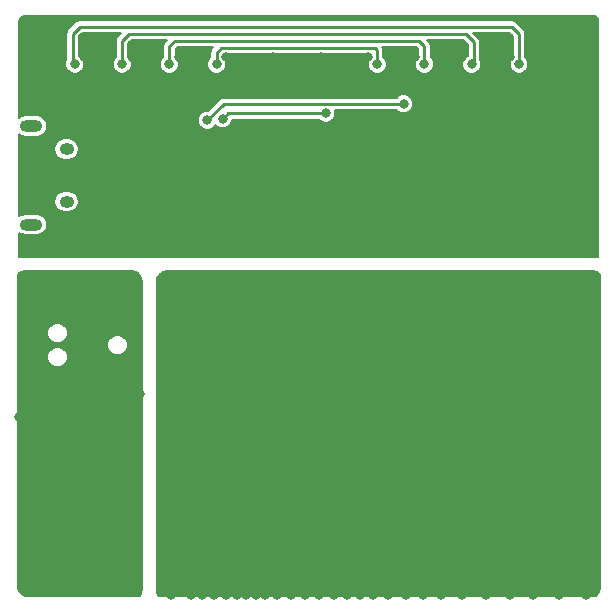
<source format=gbl>
G04 #@! TF.FileFunction,Copper,L2,Bot,Signal*
%FSLAX46Y46*%
G04 Gerber Fmt 4.6, Leading zero omitted, Abs format (unit mm)*
G04 Created by KiCad (PCBNEW 0.201512311516+6410~40~ubuntu14.04.1-stable) date Sun 03 Jan 2016 08:31:07 GMT*
%MOMM*%
G01*
G04 APERTURE LIST*
%ADD10C,0.100000*%
%ADD11O,1.250000X1.000000*%
%ADD12O,1.900000X1.000000*%
%ADD13C,0.600000*%
%ADD14C,0.800000*%
%ADD15C,1.400000*%
%ADD16C,0.250000*%
%ADD17C,0.200000*%
G04 APERTURE END LIST*
D10*
D11*
X54500000Y-66225000D03*
X54500000Y-61775000D03*
D12*
X51500000Y-68175000D03*
X51500000Y-59825000D03*
D13*
X93250000Y-73250000D03*
X93250000Y-75750000D03*
X93250000Y-78250000D03*
X95750000Y-73250000D03*
X95750000Y-75750000D03*
X95750000Y-78250000D03*
X98250000Y-73250000D03*
X98250000Y-75750000D03*
X98250000Y-78250000D03*
D14*
X88800000Y-54600000D03*
X59200000Y-54600000D03*
X55200000Y-54600000D03*
X92800000Y-54600000D03*
X76450000Y-58750000D03*
X67700000Y-59200000D03*
X83050000Y-57950000D03*
X66400000Y-59350000D03*
X80800000Y-54600000D03*
X67200000Y-54600000D03*
X55900000Y-66300000D03*
X55900000Y-64300000D03*
X55900000Y-65300000D03*
X57000000Y-69600000D03*
X57000000Y-68000000D03*
X56400000Y-68800000D03*
X72000000Y-54000000D03*
X84500000Y-64500000D03*
X95000000Y-64500000D03*
X84000000Y-60500000D03*
X69000000Y-69000000D03*
X78000000Y-69000000D03*
X60000000Y-61000000D03*
X63000000Y-60500000D03*
X56000000Y-54000000D03*
X60000000Y-54000000D03*
X64000000Y-54000000D03*
X68000000Y-54000000D03*
X76000000Y-54000000D03*
X80000000Y-54000000D03*
X84000000Y-54000000D03*
X88000000Y-54000000D03*
X92000000Y-54000000D03*
X96000000Y-54000000D03*
D13*
X53600000Y-74600000D03*
X50800000Y-74600000D03*
D14*
X59850000Y-92850000D03*
X53850000Y-92850000D03*
X56850000Y-92850000D03*
X60750000Y-82500000D03*
X55000000Y-76000000D03*
X51500000Y-80500000D03*
X50500000Y-84500000D03*
X63300000Y-99500000D03*
X65000000Y-99500000D03*
X66000000Y-99500000D03*
X67000000Y-99500000D03*
X68000000Y-99500000D03*
X68900000Y-99500000D03*
X69700000Y-99500000D03*
X70500000Y-99500000D03*
X71300000Y-99500000D03*
X72300000Y-99500000D03*
X73500000Y-99500000D03*
X74700000Y-99500000D03*
X75900000Y-99500000D03*
X77100000Y-99500000D03*
X78200000Y-99500000D03*
X79300000Y-99500000D03*
X80400000Y-99500000D03*
X81700000Y-99500000D03*
X83200000Y-99500000D03*
X84700000Y-99500000D03*
X86200000Y-99500000D03*
X88000000Y-99500000D03*
X90000000Y-99500000D03*
X92000000Y-99500000D03*
X94000000Y-99500000D03*
X96200000Y-99500000D03*
X98500000Y-99500000D03*
X63200000Y-54600000D03*
X84800000Y-54600000D03*
D15*
X93250000Y-78250000D02*
X98250000Y-78250000D01*
X93250000Y-75750000D02*
X98250000Y-75750000D01*
X93250000Y-73250000D02*
X98250000Y-73250000D01*
D16*
X59200000Y-54600000D02*
X59200000Y-52600000D01*
X59200000Y-52600000D02*
X59800000Y-52000000D01*
X89000000Y-52725000D02*
X89000000Y-54400000D01*
X59800000Y-52000000D02*
X88275000Y-52000000D01*
X88275000Y-52000000D02*
X89000000Y-52725000D01*
X89000000Y-54400000D02*
X88800000Y-54600000D01*
X55200000Y-54600000D02*
X55000000Y-54400000D01*
X55000000Y-54400000D02*
X55000000Y-52000000D01*
X55600000Y-51400000D02*
X92200000Y-51400000D01*
X55000000Y-52000000D02*
X55600000Y-51400000D01*
X92800000Y-52000000D02*
X92800000Y-54600000D01*
X92200000Y-51400000D02*
X92800000Y-52000000D01*
X67700000Y-59200000D02*
X68150000Y-58750000D01*
X68150000Y-58750000D02*
X76450000Y-58750000D01*
X67800000Y-57950000D02*
X83050000Y-57950000D01*
X66400000Y-59350000D02*
X67800000Y-57950000D01*
X80600000Y-53200000D02*
X80800000Y-53400000D01*
X80800000Y-53400000D02*
X80800000Y-54600000D01*
X67600000Y-53200000D02*
X80600000Y-53200000D01*
X67200000Y-53600000D02*
X67600000Y-53200000D01*
X67200000Y-54600000D02*
X67200000Y-53600000D01*
X84800000Y-54600000D02*
X84800000Y-53050000D01*
X84800000Y-53050000D02*
X84350000Y-52600000D01*
X84350000Y-52600000D02*
X63650000Y-52600000D01*
X63650000Y-52600000D02*
X63200000Y-53050000D01*
X63200000Y-53050000D02*
X63200000Y-54600000D01*
D17*
G36*
X99197347Y-50523560D02*
X99364651Y-50635349D01*
X99476440Y-50802652D01*
X99525000Y-51046782D01*
X99525000Y-70900000D01*
X50475000Y-70900000D01*
X50475000Y-68870092D01*
X50679137Y-69006492D01*
X51023552Y-69075000D01*
X51976448Y-69075000D01*
X52320863Y-69006492D01*
X52612844Y-68811396D01*
X52807940Y-68519415D01*
X52876448Y-68175000D01*
X52807940Y-67830585D01*
X52612844Y-67538604D01*
X52320863Y-67343508D01*
X51976448Y-67275000D01*
X51023552Y-67275000D01*
X50679137Y-67343508D01*
X50475000Y-67479908D01*
X50475000Y-66225000D01*
X53454919Y-66225000D01*
X53523427Y-66569415D01*
X53718523Y-66861396D01*
X54010504Y-67056492D01*
X54354919Y-67125000D01*
X54645081Y-67125000D01*
X54989496Y-67056492D01*
X55281477Y-66861396D01*
X55476573Y-66569415D01*
X55545081Y-66225000D01*
X55476573Y-65880585D01*
X55281477Y-65588604D01*
X54989496Y-65393508D01*
X54645081Y-65325000D01*
X54354919Y-65325000D01*
X54010504Y-65393508D01*
X53718523Y-65588604D01*
X53523427Y-65880585D01*
X53454919Y-66225000D01*
X50475000Y-66225000D01*
X50475000Y-61775000D01*
X53454919Y-61775000D01*
X53523427Y-62119415D01*
X53718523Y-62411396D01*
X54010504Y-62606492D01*
X54354919Y-62675000D01*
X54645081Y-62675000D01*
X54989496Y-62606492D01*
X55281477Y-62411396D01*
X55476573Y-62119415D01*
X55545081Y-61775000D01*
X55476573Y-61430585D01*
X55281477Y-61138604D01*
X54989496Y-60943508D01*
X54645081Y-60875000D01*
X54354919Y-60875000D01*
X54010504Y-60943508D01*
X53718523Y-61138604D01*
X53523427Y-61430585D01*
X53454919Y-61775000D01*
X50475000Y-61775000D01*
X50475000Y-60520092D01*
X50679137Y-60656492D01*
X51023552Y-60725000D01*
X51976448Y-60725000D01*
X52320863Y-60656492D01*
X52612844Y-60461396D01*
X52807940Y-60169415D01*
X52876448Y-59825000D01*
X52813480Y-59508432D01*
X65599861Y-59508432D01*
X65721397Y-59802572D01*
X65946245Y-60027812D01*
X66240172Y-60149861D01*
X66558432Y-60150139D01*
X66852572Y-60028603D01*
X67077812Y-59803755D01*
X67105574Y-59736896D01*
X67246245Y-59877812D01*
X67540172Y-59999861D01*
X67858432Y-60000139D01*
X68152572Y-59878603D01*
X68377812Y-59653755D01*
X68499861Y-59359828D01*
X68499935Y-59275000D01*
X75843699Y-59275000D01*
X75996245Y-59427812D01*
X76290172Y-59549861D01*
X76608432Y-59550139D01*
X76902572Y-59428603D01*
X77127812Y-59203755D01*
X77249861Y-58909828D01*
X77250139Y-58591568D01*
X77201974Y-58475000D01*
X82443699Y-58475000D01*
X82596245Y-58627812D01*
X82890172Y-58749861D01*
X83208432Y-58750139D01*
X83502572Y-58628603D01*
X83727812Y-58403755D01*
X83849861Y-58109828D01*
X83850139Y-57791568D01*
X83728603Y-57497428D01*
X83503755Y-57272188D01*
X83209828Y-57150139D01*
X82891568Y-57149861D01*
X82597428Y-57271397D01*
X82443557Y-57425000D01*
X67800000Y-57425000D01*
X67599091Y-57464963D01*
X67428769Y-57578769D01*
X66457488Y-58550050D01*
X66241568Y-58549861D01*
X65947428Y-58671397D01*
X65722188Y-58896245D01*
X65600139Y-59190172D01*
X65599861Y-59508432D01*
X52813480Y-59508432D01*
X52807940Y-59480585D01*
X52612844Y-59188604D01*
X52320863Y-58993508D01*
X51976448Y-58925000D01*
X51023552Y-58925000D01*
X50679137Y-58993508D01*
X50475000Y-59129908D01*
X50475000Y-54758432D01*
X54399861Y-54758432D01*
X54521397Y-55052572D01*
X54746245Y-55277812D01*
X55040172Y-55399861D01*
X55358432Y-55400139D01*
X55652572Y-55278603D01*
X55877812Y-55053755D01*
X55999861Y-54759828D01*
X56000139Y-54441568D01*
X55878603Y-54147428D01*
X55653755Y-53922188D01*
X55525000Y-53868724D01*
X55525000Y-52217462D01*
X55817462Y-51925000D01*
X59132538Y-51925000D01*
X58828769Y-52228769D01*
X58714963Y-52399091D01*
X58675000Y-52600000D01*
X58675000Y-53993699D01*
X58522188Y-54146245D01*
X58400139Y-54440172D01*
X58399861Y-54758432D01*
X58521397Y-55052572D01*
X58746245Y-55277812D01*
X59040172Y-55399861D01*
X59358432Y-55400139D01*
X59652572Y-55278603D01*
X59877812Y-55053755D01*
X59999861Y-54759828D01*
X60000139Y-54441568D01*
X59878603Y-54147428D01*
X59725000Y-53993557D01*
X59725000Y-52817462D01*
X60017462Y-52525000D01*
X62982538Y-52525000D01*
X62828769Y-52678769D01*
X62714963Y-52849091D01*
X62675000Y-53050000D01*
X62675000Y-53993699D01*
X62522188Y-54146245D01*
X62400139Y-54440172D01*
X62399861Y-54758432D01*
X62521397Y-55052572D01*
X62746245Y-55277812D01*
X63040172Y-55399861D01*
X63358432Y-55400139D01*
X63652572Y-55278603D01*
X63877812Y-55053755D01*
X63999861Y-54759828D01*
X64000139Y-54441568D01*
X63878603Y-54147428D01*
X63725000Y-53993557D01*
X63725000Y-53267462D01*
X63867462Y-53125000D01*
X66932538Y-53125000D01*
X66828769Y-53228769D01*
X66714963Y-53399091D01*
X66675000Y-53600000D01*
X66675000Y-53993699D01*
X66522188Y-54146245D01*
X66400139Y-54440172D01*
X66399861Y-54758432D01*
X66521397Y-55052572D01*
X66746245Y-55277812D01*
X67040172Y-55399861D01*
X67358432Y-55400139D01*
X67652572Y-55278603D01*
X67877812Y-55053755D01*
X67999861Y-54759828D01*
X68000139Y-54441568D01*
X67878603Y-54147428D01*
X67725000Y-53993557D01*
X67725000Y-53817462D01*
X67817462Y-53725000D01*
X80275000Y-53725000D01*
X80275000Y-53993699D01*
X80122188Y-54146245D01*
X80000139Y-54440172D01*
X79999861Y-54758432D01*
X80121397Y-55052572D01*
X80346245Y-55277812D01*
X80640172Y-55399861D01*
X80958432Y-55400139D01*
X81252572Y-55278603D01*
X81477812Y-55053755D01*
X81599861Y-54759828D01*
X81600139Y-54441568D01*
X81478603Y-54147428D01*
X81325000Y-53993557D01*
X81325000Y-53400000D01*
X81285037Y-53199091D01*
X81235531Y-53125000D01*
X84132538Y-53125000D01*
X84275000Y-53267462D01*
X84275000Y-53993699D01*
X84122188Y-54146245D01*
X84000139Y-54440172D01*
X83999861Y-54758432D01*
X84121397Y-55052572D01*
X84346245Y-55277812D01*
X84640172Y-55399861D01*
X84958432Y-55400139D01*
X85252572Y-55278603D01*
X85477812Y-55053755D01*
X85599861Y-54759828D01*
X85600139Y-54441568D01*
X85478603Y-54147428D01*
X85325000Y-53993557D01*
X85325000Y-53050000D01*
X85285037Y-52849091D01*
X85171231Y-52678769D01*
X85017462Y-52525000D01*
X88057538Y-52525000D01*
X88475000Y-52942462D01*
X88475000Y-53868685D01*
X88347428Y-53921397D01*
X88122188Y-54146245D01*
X88000139Y-54440172D01*
X87999861Y-54758432D01*
X88121397Y-55052572D01*
X88346245Y-55277812D01*
X88640172Y-55399861D01*
X88958432Y-55400139D01*
X89252572Y-55278603D01*
X89477812Y-55053755D01*
X89599861Y-54759828D01*
X89600139Y-54441568D01*
X89525000Y-54259717D01*
X89525000Y-52725000D01*
X89485037Y-52524091D01*
X89371231Y-52353769D01*
X88942462Y-51925000D01*
X91982538Y-51925000D01*
X92275000Y-52217462D01*
X92275000Y-53993699D01*
X92122188Y-54146245D01*
X92000139Y-54440172D01*
X91999861Y-54758432D01*
X92121397Y-55052572D01*
X92346245Y-55277812D01*
X92640172Y-55399861D01*
X92958432Y-55400139D01*
X93252572Y-55278603D01*
X93477812Y-55053755D01*
X93599861Y-54759828D01*
X93600139Y-54441568D01*
X93478603Y-54147428D01*
X93325000Y-53993557D01*
X93325000Y-52000000D01*
X93285037Y-51799091D01*
X93171231Y-51628769D01*
X92571231Y-51028769D01*
X92400909Y-50914963D01*
X92200000Y-50875000D01*
X55600000Y-50875000D01*
X55399091Y-50914963D01*
X55228769Y-51028769D01*
X54628769Y-51628769D01*
X54514963Y-51799091D01*
X54475000Y-52000000D01*
X54475000Y-54259886D01*
X54400139Y-54440172D01*
X54399861Y-54758432D01*
X50475000Y-54758432D01*
X50475000Y-51046782D01*
X50523560Y-50802653D01*
X50635349Y-50635349D01*
X50802652Y-50523560D01*
X51046782Y-50475000D01*
X98953218Y-50475000D01*
X99197347Y-50523560D01*
X99197347Y-50523560D01*
G37*
X99197347Y-50523560D02*
X99364651Y-50635349D01*
X99476440Y-50802652D01*
X99525000Y-51046782D01*
X99525000Y-70900000D01*
X50475000Y-70900000D01*
X50475000Y-68870092D01*
X50679137Y-69006492D01*
X51023552Y-69075000D01*
X51976448Y-69075000D01*
X52320863Y-69006492D01*
X52612844Y-68811396D01*
X52807940Y-68519415D01*
X52876448Y-68175000D01*
X52807940Y-67830585D01*
X52612844Y-67538604D01*
X52320863Y-67343508D01*
X51976448Y-67275000D01*
X51023552Y-67275000D01*
X50679137Y-67343508D01*
X50475000Y-67479908D01*
X50475000Y-66225000D01*
X53454919Y-66225000D01*
X53523427Y-66569415D01*
X53718523Y-66861396D01*
X54010504Y-67056492D01*
X54354919Y-67125000D01*
X54645081Y-67125000D01*
X54989496Y-67056492D01*
X55281477Y-66861396D01*
X55476573Y-66569415D01*
X55545081Y-66225000D01*
X55476573Y-65880585D01*
X55281477Y-65588604D01*
X54989496Y-65393508D01*
X54645081Y-65325000D01*
X54354919Y-65325000D01*
X54010504Y-65393508D01*
X53718523Y-65588604D01*
X53523427Y-65880585D01*
X53454919Y-66225000D01*
X50475000Y-66225000D01*
X50475000Y-61775000D01*
X53454919Y-61775000D01*
X53523427Y-62119415D01*
X53718523Y-62411396D01*
X54010504Y-62606492D01*
X54354919Y-62675000D01*
X54645081Y-62675000D01*
X54989496Y-62606492D01*
X55281477Y-62411396D01*
X55476573Y-62119415D01*
X55545081Y-61775000D01*
X55476573Y-61430585D01*
X55281477Y-61138604D01*
X54989496Y-60943508D01*
X54645081Y-60875000D01*
X54354919Y-60875000D01*
X54010504Y-60943508D01*
X53718523Y-61138604D01*
X53523427Y-61430585D01*
X53454919Y-61775000D01*
X50475000Y-61775000D01*
X50475000Y-60520092D01*
X50679137Y-60656492D01*
X51023552Y-60725000D01*
X51976448Y-60725000D01*
X52320863Y-60656492D01*
X52612844Y-60461396D01*
X52807940Y-60169415D01*
X52876448Y-59825000D01*
X52813480Y-59508432D01*
X65599861Y-59508432D01*
X65721397Y-59802572D01*
X65946245Y-60027812D01*
X66240172Y-60149861D01*
X66558432Y-60150139D01*
X66852572Y-60028603D01*
X67077812Y-59803755D01*
X67105574Y-59736896D01*
X67246245Y-59877812D01*
X67540172Y-59999861D01*
X67858432Y-60000139D01*
X68152572Y-59878603D01*
X68377812Y-59653755D01*
X68499861Y-59359828D01*
X68499935Y-59275000D01*
X75843699Y-59275000D01*
X75996245Y-59427812D01*
X76290172Y-59549861D01*
X76608432Y-59550139D01*
X76902572Y-59428603D01*
X77127812Y-59203755D01*
X77249861Y-58909828D01*
X77250139Y-58591568D01*
X77201974Y-58475000D01*
X82443699Y-58475000D01*
X82596245Y-58627812D01*
X82890172Y-58749861D01*
X83208432Y-58750139D01*
X83502572Y-58628603D01*
X83727812Y-58403755D01*
X83849861Y-58109828D01*
X83850139Y-57791568D01*
X83728603Y-57497428D01*
X83503755Y-57272188D01*
X83209828Y-57150139D01*
X82891568Y-57149861D01*
X82597428Y-57271397D01*
X82443557Y-57425000D01*
X67800000Y-57425000D01*
X67599091Y-57464963D01*
X67428769Y-57578769D01*
X66457488Y-58550050D01*
X66241568Y-58549861D01*
X65947428Y-58671397D01*
X65722188Y-58896245D01*
X65600139Y-59190172D01*
X65599861Y-59508432D01*
X52813480Y-59508432D01*
X52807940Y-59480585D01*
X52612844Y-59188604D01*
X52320863Y-58993508D01*
X51976448Y-58925000D01*
X51023552Y-58925000D01*
X50679137Y-58993508D01*
X50475000Y-59129908D01*
X50475000Y-54758432D01*
X54399861Y-54758432D01*
X54521397Y-55052572D01*
X54746245Y-55277812D01*
X55040172Y-55399861D01*
X55358432Y-55400139D01*
X55652572Y-55278603D01*
X55877812Y-55053755D01*
X55999861Y-54759828D01*
X56000139Y-54441568D01*
X55878603Y-54147428D01*
X55653755Y-53922188D01*
X55525000Y-53868724D01*
X55525000Y-52217462D01*
X55817462Y-51925000D01*
X59132538Y-51925000D01*
X58828769Y-52228769D01*
X58714963Y-52399091D01*
X58675000Y-52600000D01*
X58675000Y-53993699D01*
X58522188Y-54146245D01*
X58400139Y-54440172D01*
X58399861Y-54758432D01*
X58521397Y-55052572D01*
X58746245Y-55277812D01*
X59040172Y-55399861D01*
X59358432Y-55400139D01*
X59652572Y-55278603D01*
X59877812Y-55053755D01*
X59999861Y-54759828D01*
X60000139Y-54441568D01*
X59878603Y-54147428D01*
X59725000Y-53993557D01*
X59725000Y-52817462D01*
X60017462Y-52525000D01*
X62982538Y-52525000D01*
X62828769Y-52678769D01*
X62714963Y-52849091D01*
X62675000Y-53050000D01*
X62675000Y-53993699D01*
X62522188Y-54146245D01*
X62400139Y-54440172D01*
X62399861Y-54758432D01*
X62521397Y-55052572D01*
X62746245Y-55277812D01*
X63040172Y-55399861D01*
X63358432Y-55400139D01*
X63652572Y-55278603D01*
X63877812Y-55053755D01*
X63999861Y-54759828D01*
X64000139Y-54441568D01*
X63878603Y-54147428D01*
X63725000Y-53993557D01*
X63725000Y-53267462D01*
X63867462Y-53125000D01*
X66932538Y-53125000D01*
X66828769Y-53228769D01*
X66714963Y-53399091D01*
X66675000Y-53600000D01*
X66675000Y-53993699D01*
X66522188Y-54146245D01*
X66400139Y-54440172D01*
X66399861Y-54758432D01*
X66521397Y-55052572D01*
X66746245Y-55277812D01*
X67040172Y-55399861D01*
X67358432Y-55400139D01*
X67652572Y-55278603D01*
X67877812Y-55053755D01*
X67999861Y-54759828D01*
X68000139Y-54441568D01*
X67878603Y-54147428D01*
X67725000Y-53993557D01*
X67725000Y-53817462D01*
X67817462Y-53725000D01*
X80275000Y-53725000D01*
X80275000Y-53993699D01*
X80122188Y-54146245D01*
X80000139Y-54440172D01*
X79999861Y-54758432D01*
X80121397Y-55052572D01*
X80346245Y-55277812D01*
X80640172Y-55399861D01*
X80958432Y-55400139D01*
X81252572Y-55278603D01*
X81477812Y-55053755D01*
X81599861Y-54759828D01*
X81600139Y-54441568D01*
X81478603Y-54147428D01*
X81325000Y-53993557D01*
X81325000Y-53400000D01*
X81285037Y-53199091D01*
X81235531Y-53125000D01*
X84132538Y-53125000D01*
X84275000Y-53267462D01*
X84275000Y-53993699D01*
X84122188Y-54146245D01*
X84000139Y-54440172D01*
X83999861Y-54758432D01*
X84121397Y-55052572D01*
X84346245Y-55277812D01*
X84640172Y-55399861D01*
X84958432Y-55400139D01*
X85252572Y-55278603D01*
X85477812Y-55053755D01*
X85599861Y-54759828D01*
X85600139Y-54441568D01*
X85478603Y-54147428D01*
X85325000Y-53993557D01*
X85325000Y-53050000D01*
X85285037Y-52849091D01*
X85171231Y-52678769D01*
X85017462Y-52525000D01*
X88057538Y-52525000D01*
X88475000Y-52942462D01*
X88475000Y-53868685D01*
X88347428Y-53921397D01*
X88122188Y-54146245D01*
X88000139Y-54440172D01*
X87999861Y-54758432D01*
X88121397Y-55052572D01*
X88346245Y-55277812D01*
X88640172Y-55399861D01*
X88958432Y-55400139D01*
X89252572Y-55278603D01*
X89477812Y-55053755D01*
X89599861Y-54759828D01*
X89600139Y-54441568D01*
X89525000Y-54259717D01*
X89525000Y-52725000D01*
X89485037Y-52524091D01*
X89371231Y-52353769D01*
X88942462Y-51925000D01*
X91982538Y-51925000D01*
X92275000Y-52217462D01*
X92275000Y-53993699D01*
X92122188Y-54146245D01*
X92000139Y-54440172D01*
X91999861Y-54758432D01*
X92121397Y-55052572D01*
X92346245Y-55277812D01*
X92640172Y-55399861D01*
X92958432Y-55400139D01*
X93252572Y-55278603D01*
X93477812Y-55053755D01*
X93599861Y-54759828D01*
X93600139Y-54441568D01*
X93478603Y-54147428D01*
X93325000Y-53993557D01*
X93325000Y-52000000D01*
X93285037Y-51799091D01*
X93171231Y-51628769D01*
X92571231Y-51028769D01*
X92400909Y-50914963D01*
X92200000Y-50875000D01*
X55600000Y-50875000D01*
X55399091Y-50914963D01*
X55228769Y-51028769D01*
X54628769Y-51628769D01*
X54514963Y-51799091D01*
X54475000Y-52000000D01*
X54475000Y-54259886D01*
X54400139Y-54440172D01*
X54399861Y-54758432D01*
X50475000Y-54758432D01*
X50475000Y-51046782D01*
X50523560Y-50802653D01*
X50635349Y-50635349D01*
X50802652Y-50523560D01*
X51046782Y-50475000D01*
X98953218Y-50475000D01*
X99197347Y-50523560D01*
D16*
G36*
X99333910Y-72193867D02*
X99550000Y-72338254D01*
X99550000Y-98955682D01*
X99499990Y-99207101D01*
X99382676Y-99382675D01*
X99207102Y-99499990D01*
X98955682Y-99550000D01*
X62338254Y-99550000D01*
X62193867Y-99333910D01*
X62125000Y-98987690D01*
X62125000Y-78383677D01*
X92574883Y-78383677D01*
X92677429Y-78631857D01*
X92867144Y-78821903D01*
X93115145Y-78924883D01*
X93383677Y-78925117D01*
X93631857Y-78822571D01*
X93821903Y-78632856D01*
X93924883Y-78384855D01*
X93924884Y-78383677D01*
X95074883Y-78383677D01*
X95177429Y-78631857D01*
X95367144Y-78821903D01*
X95615145Y-78924883D01*
X95883677Y-78925117D01*
X96131857Y-78822571D01*
X96321903Y-78632856D01*
X96424883Y-78384855D01*
X96424884Y-78383677D01*
X97574883Y-78383677D01*
X97677429Y-78631857D01*
X97867144Y-78821903D01*
X98115145Y-78924883D01*
X98383677Y-78925117D01*
X98631857Y-78822571D01*
X98821903Y-78632856D01*
X98924883Y-78384855D01*
X98925117Y-78116323D01*
X98822571Y-77868143D01*
X98632856Y-77678097D01*
X98384855Y-77575117D01*
X98116323Y-77574883D01*
X97868143Y-77677429D01*
X97678097Y-77867144D01*
X97575117Y-78115145D01*
X97574883Y-78383677D01*
X96424884Y-78383677D01*
X96425117Y-78116323D01*
X96322571Y-77868143D01*
X96132856Y-77678097D01*
X95884855Y-77575117D01*
X95616323Y-77574883D01*
X95368143Y-77677429D01*
X95178097Y-77867144D01*
X95075117Y-78115145D01*
X95074883Y-78383677D01*
X93924884Y-78383677D01*
X93925117Y-78116323D01*
X93822571Y-77868143D01*
X93632856Y-77678097D01*
X93384855Y-77575117D01*
X93116323Y-77574883D01*
X92868143Y-77677429D01*
X92678097Y-77867144D01*
X92575117Y-78115145D01*
X92574883Y-78383677D01*
X62125000Y-78383677D01*
X62125000Y-75883677D01*
X92574883Y-75883677D01*
X92677429Y-76131857D01*
X92867144Y-76321903D01*
X93115145Y-76424883D01*
X93383677Y-76425117D01*
X93631857Y-76322571D01*
X93821903Y-76132856D01*
X93924883Y-75884855D01*
X93924884Y-75883677D01*
X95074883Y-75883677D01*
X95177429Y-76131857D01*
X95367144Y-76321903D01*
X95615145Y-76424883D01*
X95883677Y-76425117D01*
X96131857Y-76322571D01*
X96321903Y-76132856D01*
X96424883Y-75884855D01*
X96424884Y-75883677D01*
X97574883Y-75883677D01*
X97677429Y-76131857D01*
X97867144Y-76321903D01*
X98115145Y-76424883D01*
X98383677Y-76425117D01*
X98631857Y-76322571D01*
X98821903Y-76132856D01*
X98924883Y-75884855D01*
X98925117Y-75616323D01*
X98822571Y-75368143D01*
X98632856Y-75178097D01*
X98384855Y-75075117D01*
X98116323Y-75074883D01*
X97868143Y-75177429D01*
X97678097Y-75367144D01*
X97575117Y-75615145D01*
X97574883Y-75883677D01*
X96424884Y-75883677D01*
X96425117Y-75616323D01*
X96322571Y-75368143D01*
X96132856Y-75178097D01*
X95884855Y-75075117D01*
X95616323Y-75074883D01*
X95368143Y-75177429D01*
X95178097Y-75367144D01*
X95075117Y-75615145D01*
X95074883Y-75883677D01*
X93924884Y-75883677D01*
X93925117Y-75616323D01*
X93822571Y-75368143D01*
X93632856Y-75178097D01*
X93384855Y-75075117D01*
X93116323Y-75074883D01*
X92868143Y-75177429D01*
X92678097Y-75367144D01*
X92575117Y-75615145D01*
X92574883Y-75883677D01*
X62125000Y-75883677D01*
X62125000Y-73383677D01*
X92574883Y-73383677D01*
X92677429Y-73631857D01*
X92867144Y-73821903D01*
X93115145Y-73924883D01*
X93383677Y-73925117D01*
X93631857Y-73822571D01*
X93821903Y-73632856D01*
X93924883Y-73384855D01*
X93924884Y-73383677D01*
X95074883Y-73383677D01*
X95177429Y-73631857D01*
X95367144Y-73821903D01*
X95615145Y-73924883D01*
X95883677Y-73925117D01*
X96131857Y-73822571D01*
X96321903Y-73632856D01*
X96424883Y-73384855D01*
X96424884Y-73383677D01*
X97574883Y-73383677D01*
X97677429Y-73631857D01*
X97867144Y-73821903D01*
X98115145Y-73924883D01*
X98383677Y-73925117D01*
X98631857Y-73822571D01*
X98821903Y-73632856D01*
X98924883Y-73384855D01*
X98925117Y-73116323D01*
X98822571Y-72868143D01*
X98632856Y-72678097D01*
X98384855Y-72575117D01*
X98116323Y-72574883D01*
X97868143Y-72677429D01*
X97678097Y-72867144D01*
X97575117Y-73115145D01*
X97574883Y-73383677D01*
X96424884Y-73383677D01*
X96425117Y-73116323D01*
X96322571Y-72868143D01*
X96132856Y-72678097D01*
X95884855Y-72575117D01*
X95616323Y-72574883D01*
X95368143Y-72677429D01*
X95178097Y-72867144D01*
X95075117Y-73115145D01*
X95074883Y-73383677D01*
X93924884Y-73383677D01*
X93925117Y-73116323D01*
X93822571Y-72868143D01*
X93632856Y-72678097D01*
X93384855Y-72575117D01*
X93116323Y-72574883D01*
X92868143Y-72677429D01*
X92678097Y-72867144D01*
X92575117Y-73115145D01*
X92574883Y-73383677D01*
X62125000Y-73383677D01*
X62125000Y-73012310D01*
X62193867Y-72666090D01*
X62383013Y-72383013D01*
X62666090Y-72193867D01*
X63012310Y-72125000D01*
X98987690Y-72125000D01*
X99333910Y-72193867D01*
X99333910Y-72193867D01*
G37*
X99333910Y-72193867D02*
X99550000Y-72338254D01*
X99550000Y-98955682D01*
X99499990Y-99207101D01*
X99382676Y-99382675D01*
X99207102Y-99499990D01*
X98955682Y-99550000D01*
X62338254Y-99550000D01*
X62193867Y-99333910D01*
X62125000Y-98987690D01*
X62125000Y-78383677D01*
X92574883Y-78383677D01*
X92677429Y-78631857D01*
X92867144Y-78821903D01*
X93115145Y-78924883D01*
X93383677Y-78925117D01*
X93631857Y-78822571D01*
X93821903Y-78632856D01*
X93924883Y-78384855D01*
X93924884Y-78383677D01*
X95074883Y-78383677D01*
X95177429Y-78631857D01*
X95367144Y-78821903D01*
X95615145Y-78924883D01*
X95883677Y-78925117D01*
X96131857Y-78822571D01*
X96321903Y-78632856D01*
X96424883Y-78384855D01*
X96424884Y-78383677D01*
X97574883Y-78383677D01*
X97677429Y-78631857D01*
X97867144Y-78821903D01*
X98115145Y-78924883D01*
X98383677Y-78925117D01*
X98631857Y-78822571D01*
X98821903Y-78632856D01*
X98924883Y-78384855D01*
X98925117Y-78116323D01*
X98822571Y-77868143D01*
X98632856Y-77678097D01*
X98384855Y-77575117D01*
X98116323Y-77574883D01*
X97868143Y-77677429D01*
X97678097Y-77867144D01*
X97575117Y-78115145D01*
X97574883Y-78383677D01*
X96424884Y-78383677D01*
X96425117Y-78116323D01*
X96322571Y-77868143D01*
X96132856Y-77678097D01*
X95884855Y-77575117D01*
X95616323Y-77574883D01*
X95368143Y-77677429D01*
X95178097Y-77867144D01*
X95075117Y-78115145D01*
X95074883Y-78383677D01*
X93924884Y-78383677D01*
X93925117Y-78116323D01*
X93822571Y-77868143D01*
X93632856Y-77678097D01*
X93384855Y-77575117D01*
X93116323Y-77574883D01*
X92868143Y-77677429D01*
X92678097Y-77867144D01*
X92575117Y-78115145D01*
X92574883Y-78383677D01*
X62125000Y-78383677D01*
X62125000Y-75883677D01*
X92574883Y-75883677D01*
X92677429Y-76131857D01*
X92867144Y-76321903D01*
X93115145Y-76424883D01*
X93383677Y-76425117D01*
X93631857Y-76322571D01*
X93821903Y-76132856D01*
X93924883Y-75884855D01*
X93924884Y-75883677D01*
X95074883Y-75883677D01*
X95177429Y-76131857D01*
X95367144Y-76321903D01*
X95615145Y-76424883D01*
X95883677Y-76425117D01*
X96131857Y-76322571D01*
X96321903Y-76132856D01*
X96424883Y-75884855D01*
X96424884Y-75883677D01*
X97574883Y-75883677D01*
X97677429Y-76131857D01*
X97867144Y-76321903D01*
X98115145Y-76424883D01*
X98383677Y-76425117D01*
X98631857Y-76322571D01*
X98821903Y-76132856D01*
X98924883Y-75884855D01*
X98925117Y-75616323D01*
X98822571Y-75368143D01*
X98632856Y-75178097D01*
X98384855Y-75075117D01*
X98116323Y-75074883D01*
X97868143Y-75177429D01*
X97678097Y-75367144D01*
X97575117Y-75615145D01*
X97574883Y-75883677D01*
X96424884Y-75883677D01*
X96425117Y-75616323D01*
X96322571Y-75368143D01*
X96132856Y-75178097D01*
X95884855Y-75075117D01*
X95616323Y-75074883D01*
X95368143Y-75177429D01*
X95178097Y-75367144D01*
X95075117Y-75615145D01*
X95074883Y-75883677D01*
X93924884Y-75883677D01*
X93925117Y-75616323D01*
X93822571Y-75368143D01*
X93632856Y-75178097D01*
X93384855Y-75075117D01*
X93116323Y-75074883D01*
X92868143Y-75177429D01*
X92678097Y-75367144D01*
X92575117Y-75615145D01*
X92574883Y-75883677D01*
X62125000Y-75883677D01*
X62125000Y-73383677D01*
X92574883Y-73383677D01*
X92677429Y-73631857D01*
X92867144Y-73821903D01*
X93115145Y-73924883D01*
X93383677Y-73925117D01*
X93631857Y-73822571D01*
X93821903Y-73632856D01*
X93924883Y-73384855D01*
X93924884Y-73383677D01*
X95074883Y-73383677D01*
X95177429Y-73631857D01*
X95367144Y-73821903D01*
X95615145Y-73924883D01*
X95883677Y-73925117D01*
X96131857Y-73822571D01*
X96321903Y-73632856D01*
X96424883Y-73384855D01*
X96424884Y-73383677D01*
X97574883Y-73383677D01*
X97677429Y-73631857D01*
X97867144Y-73821903D01*
X98115145Y-73924883D01*
X98383677Y-73925117D01*
X98631857Y-73822571D01*
X98821903Y-73632856D01*
X98924883Y-73384855D01*
X98925117Y-73116323D01*
X98822571Y-72868143D01*
X98632856Y-72678097D01*
X98384855Y-72575117D01*
X98116323Y-72574883D01*
X97868143Y-72677429D01*
X97678097Y-72867144D01*
X97575117Y-73115145D01*
X97574883Y-73383677D01*
X96424884Y-73383677D01*
X96425117Y-73116323D01*
X96322571Y-72868143D01*
X96132856Y-72678097D01*
X95884855Y-72575117D01*
X95616323Y-72574883D01*
X95368143Y-72677429D01*
X95178097Y-72867144D01*
X95075117Y-73115145D01*
X95074883Y-73383677D01*
X93924884Y-73383677D01*
X93925117Y-73116323D01*
X93822571Y-72868143D01*
X93632856Y-72678097D01*
X93384855Y-72575117D01*
X93116323Y-72574883D01*
X92868143Y-72677429D01*
X92678097Y-72867144D01*
X92575117Y-73115145D01*
X92574883Y-73383677D01*
X62125000Y-73383677D01*
X62125000Y-73012310D01*
X62193867Y-72666090D01*
X62383013Y-72383013D01*
X62666090Y-72193867D01*
X63012310Y-72125000D01*
X98987690Y-72125000D01*
X99333910Y-72193867D01*
D17*
G36*
X60343666Y-72170319D02*
X60635011Y-72364989D01*
X60829681Y-72656334D01*
X60900000Y-73009851D01*
X60900000Y-98990149D01*
X60829681Y-99343666D01*
X60675109Y-99575000D01*
X51041860Y-99575000D01*
X50783144Y-99523538D01*
X50599300Y-99400698D01*
X50476462Y-99216857D01*
X50425000Y-98958140D01*
X50425000Y-79549334D01*
X52879853Y-79549334D01*
X53008985Y-79861857D01*
X53247885Y-80101174D01*
X53560183Y-80230852D01*
X53898334Y-80231147D01*
X54210857Y-80102015D01*
X54450174Y-79863115D01*
X54579852Y-79550817D01*
X54580147Y-79212666D01*
X54451015Y-78900143D01*
X54212115Y-78660826D01*
X53905082Y-78533334D01*
X57959853Y-78533334D01*
X58088985Y-78845857D01*
X58327885Y-79085174D01*
X58640183Y-79214852D01*
X58978334Y-79215147D01*
X59290857Y-79086015D01*
X59530174Y-78847115D01*
X59659852Y-78534817D01*
X59660147Y-78196666D01*
X59531015Y-77884143D01*
X59292115Y-77644826D01*
X58979817Y-77515148D01*
X58641666Y-77514853D01*
X58329143Y-77643985D01*
X58089826Y-77882885D01*
X57960148Y-78195183D01*
X57959853Y-78533334D01*
X53905082Y-78533334D01*
X53899817Y-78531148D01*
X53561666Y-78530853D01*
X53249143Y-78659985D01*
X53009826Y-78898885D01*
X52880148Y-79211183D01*
X52879853Y-79549334D01*
X50425000Y-79549334D01*
X50425000Y-77517334D01*
X52879853Y-77517334D01*
X53008985Y-77829857D01*
X53247885Y-78069174D01*
X53560183Y-78198852D01*
X53898334Y-78199147D01*
X54210857Y-78070015D01*
X54450174Y-77831115D01*
X54579852Y-77518817D01*
X54580147Y-77180666D01*
X54451015Y-76868143D01*
X54212115Y-76628826D01*
X53899817Y-76499148D01*
X53561666Y-76498853D01*
X53249143Y-76627985D01*
X53009826Y-76866885D01*
X52880148Y-77179183D01*
X52879853Y-77517334D01*
X50425000Y-77517334D01*
X50425000Y-72324891D01*
X50656334Y-72170319D01*
X51009851Y-72100000D01*
X59990149Y-72100000D01*
X60343666Y-72170319D01*
X60343666Y-72170319D01*
G37*
X60343666Y-72170319D02*
X60635011Y-72364989D01*
X60829681Y-72656334D01*
X60900000Y-73009851D01*
X60900000Y-98990149D01*
X60829681Y-99343666D01*
X60675109Y-99575000D01*
X51041860Y-99575000D01*
X50783144Y-99523538D01*
X50599300Y-99400698D01*
X50476462Y-99216857D01*
X50425000Y-98958140D01*
X50425000Y-79549334D01*
X52879853Y-79549334D01*
X53008985Y-79861857D01*
X53247885Y-80101174D01*
X53560183Y-80230852D01*
X53898334Y-80231147D01*
X54210857Y-80102015D01*
X54450174Y-79863115D01*
X54579852Y-79550817D01*
X54580147Y-79212666D01*
X54451015Y-78900143D01*
X54212115Y-78660826D01*
X53905082Y-78533334D01*
X57959853Y-78533334D01*
X58088985Y-78845857D01*
X58327885Y-79085174D01*
X58640183Y-79214852D01*
X58978334Y-79215147D01*
X59290857Y-79086015D01*
X59530174Y-78847115D01*
X59659852Y-78534817D01*
X59660147Y-78196666D01*
X59531015Y-77884143D01*
X59292115Y-77644826D01*
X58979817Y-77515148D01*
X58641666Y-77514853D01*
X58329143Y-77643985D01*
X58089826Y-77882885D01*
X57960148Y-78195183D01*
X57959853Y-78533334D01*
X53905082Y-78533334D01*
X53899817Y-78531148D01*
X53561666Y-78530853D01*
X53249143Y-78659985D01*
X53009826Y-78898885D01*
X52880148Y-79211183D01*
X52879853Y-79549334D01*
X50425000Y-79549334D01*
X50425000Y-77517334D01*
X52879853Y-77517334D01*
X53008985Y-77829857D01*
X53247885Y-78069174D01*
X53560183Y-78198852D01*
X53898334Y-78199147D01*
X54210857Y-78070015D01*
X54450174Y-77831115D01*
X54579852Y-77518817D01*
X54580147Y-77180666D01*
X54451015Y-76868143D01*
X54212115Y-76628826D01*
X53899817Y-76499148D01*
X53561666Y-76498853D01*
X53249143Y-76627985D01*
X53009826Y-76866885D01*
X52880148Y-77179183D01*
X52879853Y-77517334D01*
X50425000Y-77517334D01*
X50425000Y-72324891D01*
X50656334Y-72170319D01*
X51009851Y-72100000D01*
X59990149Y-72100000D01*
X60343666Y-72170319D01*
M02*

</source>
